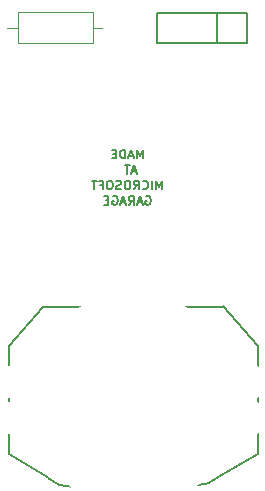
<source format=gbr>
G04 #@! TF.FileFunction,Legend,Bot*
%FSLAX46Y46*%
G04 Gerber Fmt 4.6, Leading zero omitted, Abs format (unit mm)*
G04 Created by KiCad (PCBNEW 4.0.7) date 09/18/18 22:56:12*
%MOMM*%
%LPD*%
G01*
G04 APERTURE LIST*
%ADD10C,0.100000*%
%ADD11C,0.187500*%
%ADD12C,0.150000*%
%ADD13C,0.120000*%
%ADD14C,2.686000*%
%ADD15C,18.180000*%
%ADD16R,2.200000X2.200000*%
%ADD17C,2.200000*%
%ADD18C,2.000000*%
%ADD19O,2.000000X2.000000*%
%ADD20R,1.797000X1.797000*%
%ADD21C,1.797000*%
%ADD22C,7.400000*%
G04 APERTURE END LIST*
D10*
D11*
X69357714Y-108098536D02*
X69357714Y-107348536D01*
X69107714Y-107884250D01*
X68857714Y-107348536D01*
X68857714Y-108098536D01*
X68536285Y-107884250D02*
X68179142Y-107884250D01*
X68607713Y-108098536D02*
X68357713Y-107348536D01*
X68107713Y-108098536D01*
X67857714Y-108098536D02*
X67857714Y-107348536D01*
X67679142Y-107348536D01*
X67571999Y-107384250D01*
X67500571Y-107455679D01*
X67464856Y-107527107D01*
X67429142Y-107669964D01*
X67429142Y-107777107D01*
X67464856Y-107919964D01*
X67500571Y-107991393D01*
X67571999Y-108062821D01*
X67679142Y-108098536D01*
X67857714Y-108098536D01*
X67107714Y-107705679D02*
X66857714Y-107705679D01*
X66750571Y-108098536D02*
X67107714Y-108098536D01*
X67107714Y-107348536D01*
X66750571Y-107348536D01*
X68822000Y-109196750D02*
X68464857Y-109196750D01*
X68893428Y-109411036D02*
X68643428Y-108661036D01*
X68393428Y-109411036D01*
X68250571Y-108661036D02*
X67822000Y-108661036D01*
X68036286Y-109411036D02*
X68036286Y-108661036D01*
X71000572Y-110723536D02*
X71000572Y-109973536D01*
X70750572Y-110509250D01*
X70500572Y-109973536D01*
X70500572Y-110723536D01*
X70143429Y-110723536D02*
X70143429Y-109973536D01*
X69357714Y-110652107D02*
X69393428Y-110687821D01*
X69500571Y-110723536D01*
X69572000Y-110723536D01*
X69679143Y-110687821D01*
X69750571Y-110616393D01*
X69786286Y-110544964D01*
X69822000Y-110402107D01*
X69822000Y-110294964D01*
X69786286Y-110152107D01*
X69750571Y-110080679D01*
X69679143Y-110009250D01*
X69572000Y-109973536D01*
X69500571Y-109973536D01*
X69393428Y-110009250D01*
X69357714Y-110044964D01*
X68607714Y-110723536D02*
X68857714Y-110366393D01*
X69036286Y-110723536D02*
X69036286Y-109973536D01*
X68750571Y-109973536D01*
X68679143Y-110009250D01*
X68643428Y-110044964D01*
X68607714Y-110116393D01*
X68607714Y-110223536D01*
X68643428Y-110294964D01*
X68679143Y-110330679D01*
X68750571Y-110366393D01*
X69036286Y-110366393D01*
X68143428Y-109973536D02*
X68000571Y-109973536D01*
X67929143Y-110009250D01*
X67857714Y-110080679D01*
X67822000Y-110223536D01*
X67822000Y-110473536D01*
X67857714Y-110616393D01*
X67929143Y-110687821D01*
X68000571Y-110723536D01*
X68143428Y-110723536D01*
X68214857Y-110687821D01*
X68286286Y-110616393D01*
X68322000Y-110473536D01*
X68322000Y-110223536D01*
X68286286Y-110080679D01*
X68214857Y-110009250D01*
X68143428Y-109973536D01*
X67536286Y-110687821D02*
X67429143Y-110723536D01*
X67250572Y-110723536D01*
X67179143Y-110687821D01*
X67143429Y-110652107D01*
X67107714Y-110580679D01*
X67107714Y-110509250D01*
X67143429Y-110437821D01*
X67179143Y-110402107D01*
X67250572Y-110366393D01*
X67393429Y-110330679D01*
X67464857Y-110294964D01*
X67500572Y-110259250D01*
X67536286Y-110187821D01*
X67536286Y-110116393D01*
X67500572Y-110044964D01*
X67464857Y-110009250D01*
X67393429Y-109973536D01*
X67214857Y-109973536D01*
X67107714Y-110009250D01*
X66643428Y-109973536D02*
X66500571Y-109973536D01*
X66429143Y-110009250D01*
X66357714Y-110080679D01*
X66322000Y-110223536D01*
X66322000Y-110473536D01*
X66357714Y-110616393D01*
X66429143Y-110687821D01*
X66500571Y-110723536D01*
X66643428Y-110723536D01*
X66714857Y-110687821D01*
X66786286Y-110616393D01*
X66822000Y-110473536D01*
X66822000Y-110223536D01*
X66786286Y-110080679D01*
X66714857Y-110009250D01*
X66643428Y-109973536D01*
X65750572Y-110330679D02*
X66000572Y-110330679D01*
X66000572Y-110723536D02*
X66000572Y-109973536D01*
X65643429Y-109973536D01*
X65464857Y-109973536D02*
X65036286Y-109973536D01*
X65250572Y-110723536D02*
X65250572Y-109973536D01*
X69607713Y-111321750D02*
X69679142Y-111286036D01*
X69786285Y-111286036D01*
X69893428Y-111321750D01*
X69964856Y-111393179D01*
X70000571Y-111464607D01*
X70036285Y-111607464D01*
X70036285Y-111714607D01*
X70000571Y-111857464D01*
X69964856Y-111928893D01*
X69893428Y-112000321D01*
X69786285Y-112036036D01*
X69714856Y-112036036D01*
X69607713Y-112000321D01*
X69571999Y-111964607D01*
X69571999Y-111714607D01*
X69714856Y-111714607D01*
X69286285Y-111821750D02*
X68929142Y-111821750D01*
X69357713Y-112036036D02*
X69107713Y-111286036D01*
X68857713Y-112036036D01*
X68179142Y-112036036D02*
X68429142Y-111678893D01*
X68607714Y-112036036D02*
X68607714Y-111286036D01*
X68321999Y-111286036D01*
X68250571Y-111321750D01*
X68214856Y-111357464D01*
X68179142Y-111428893D01*
X68179142Y-111536036D01*
X68214856Y-111607464D01*
X68250571Y-111643179D01*
X68321999Y-111678893D01*
X68607714Y-111678893D01*
X67893428Y-111821750D02*
X67536285Y-111821750D01*
X67964856Y-112036036D02*
X67714856Y-111286036D01*
X67464856Y-112036036D01*
X66821999Y-111321750D02*
X66893428Y-111286036D01*
X67000571Y-111286036D01*
X67107714Y-111321750D01*
X67179142Y-111393179D01*
X67214857Y-111464607D01*
X67250571Y-111607464D01*
X67250571Y-111714607D01*
X67214857Y-111857464D01*
X67179142Y-111928893D01*
X67107714Y-112000321D01*
X67000571Y-112036036D01*
X66929142Y-112036036D01*
X66821999Y-112000321D01*
X66786285Y-111964607D01*
X66786285Y-111714607D01*
X66929142Y-111714607D01*
X66464857Y-111643179D02*
X66214857Y-111643179D01*
X66107714Y-112036036D02*
X66464857Y-112036036D01*
X66464857Y-111286036D01*
X66107714Y-111286036D01*
D12*
X75755500Y-135064500D02*
X79121000Y-133096000D01*
X61404500Y-135191500D02*
X58039000Y-133096000D01*
X75780900Y-135064500D02*
G75*
G02X72097900Y-134937500I-1778000J1905000D01*
G01*
X65074800Y-135064500D02*
G75*
G02X61391800Y-135191500I-1905000J1778000D01*
G01*
X65024000Y-135064500D02*
G75*
G02X72136000Y-134937500I3619500J-3492500D01*
G01*
X60960000Y-120650000D02*
X58039000Y-124015500D01*
X79121000Y-123952000D02*
X76136500Y-120586500D01*
X76200000Y-120650000D02*
X60960000Y-120650000D01*
X79121000Y-133096000D02*
X79121000Y-123952000D01*
X58039000Y-133096000D02*
X58039000Y-123952000D01*
D13*
X65186000Y-95718000D02*
X65186000Y-98338000D01*
X65186000Y-98338000D02*
X58766000Y-98338000D01*
X58766000Y-98338000D02*
X58766000Y-95718000D01*
X58766000Y-95718000D02*
X65186000Y-95718000D01*
X66076000Y-97028000D02*
X65186000Y-97028000D01*
X57876000Y-97028000D02*
X58766000Y-97028000D01*
D12*
X78232000Y-98298000D02*
X78232000Y-95758000D01*
X78232000Y-95758000D02*
X70612000Y-95758000D01*
X70612000Y-95758000D02*
X70612000Y-98298000D01*
X70612000Y-98298000D02*
X78232000Y-98298000D01*
X75692000Y-95758000D02*
X75692000Y-98298000D01*
%LPC*%
D14*
X78994000Y-130048000D03*
X58166000Y-130048000D03*
X78994000Y-127000000D03*
X58166000Y-127000000D03*
D15*
X68580000Y-128524000D03*
D16*
X61214000Y-103124000D03*
D17*
X61214000Y-105664000D03*
D16*
X74168000Y-102870000D03*
D17*
X74168000Y-105410000D03*
D18*
X67056000Y-97028000D03*
D19*
X56896000Y-97028000D03*
D20*
X76962000Y-97028000D03*
D21*
X74422000Y-97028000D03*
X71882000Y-97028000D03*
D22*
X67310000Y-89408000D03*
M02*

</source>
